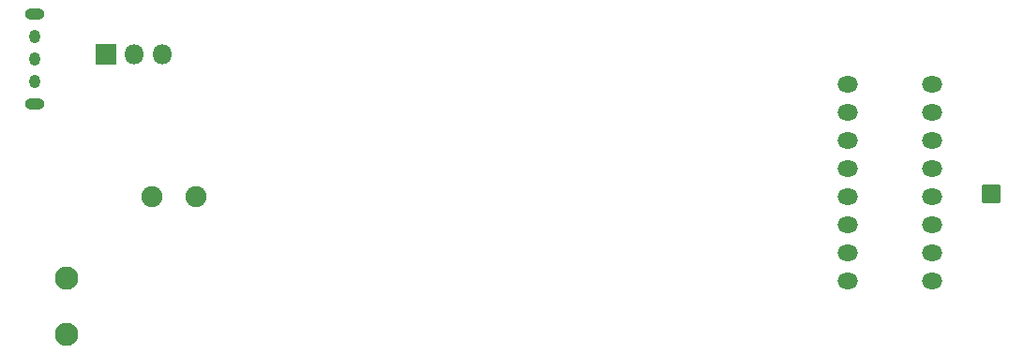
<source format=gbs>
G04 Layer: BottomSolderMaskLayer*
G04 EasyEDA v6.5.15, 2022-10-07 13:48:07*
G04 7ec79526355f426bb91a475ea7be51f8,10*
G04 Gerber Generator version 0.2*
G04 Scale: 100 percent, Rotated: No, Reflected: No *
G04 Dimensions in millimeters *
G04 leading zeros omitted , absolute positions ,4 integer and 5 decimal *
%FSLAX45Y45*%
%MOMM*%

%AMMACRO1*1,1,$1,$2,$3*1,1,$1,$4,$5*1,1,$1,0-$2,0-$3*1,1,$1,0-$4,0-$5*20,1,$1,$2,$3,$4,$5,0*20,1,$1,$4,$5,0-$2,0-$3,0*20,1,$1,0-$2,0-$3,0-$4,0-$5,0*20,1,$1,0-$4,0-$5,$2,$3,0*4,1,4,$2,$3,$4,$5,0-$2,0-$3,0-$4,0-$5,$2,$3,0*%
%ADD10MACRO1,0.1016X0.7874X0.7874X0.7874X-0.7874*%
%ADD11C,1.9016*%
%ADD12C,2.1016*%
%ADD13O,1.7999964X1.7999964*%
%ADD14MACRO1,0.1016X0.9X0.9X0.9X-0.9*%
%ADD15O,0.9999979999999999X1.199896*%
%ADD16O,1.7999964X0.9999979999999999*%
%ADD17O,1.82499X1.4599920000000002*%

%LPD*%
D10*
G01*
X9677400Y5041900D03*
D11*
G01*
X2098700Y5016500D03*
G01*
X2498699Y5016500D03*
D12*
G01*
X1333500Y4276344D03*
G01*
X1333500Y3775455D03*
D13*
G01*
X2197100Y6299200D03*
G01*
X1943100Y6299200D03*
D14*
G01*
X1689100Y6299200D03*
D15*
G01*
X1041400Y6460962D03*
G01*
X1041400Y6261064D03*
G01*
X1041400Y6061217D03*
D16*
G01*
X1041400Y5851159D03*
G01*
X1041400Y6671045D03*
D17*
G01*
X9144000Y4254500D03*
G01*
X9144000Y4508500D03*
G01*
X9144000Y4762500D03*
G01*
X9144000Y5016500D03*
G01*
X9144000Y5270500D03*
G01*
X9144000Y5524500D03*
G01*
X9144000Y5778500D03*
G01*
X9144000Y6032500D03*
G01*
X8382000Y4254500D03*
G01*
X8382000Y4508500D03*
G01*
X8382000Y4762500D03*
G01*
X8382000Y5016500D03*
G01*
X8382000Y5270500D03*
G01*
X8382000Y5524500D03*
G01*
X8382000Y5778500D03*
G01*
X8382000Y6032500D03*
M02*

</source>
